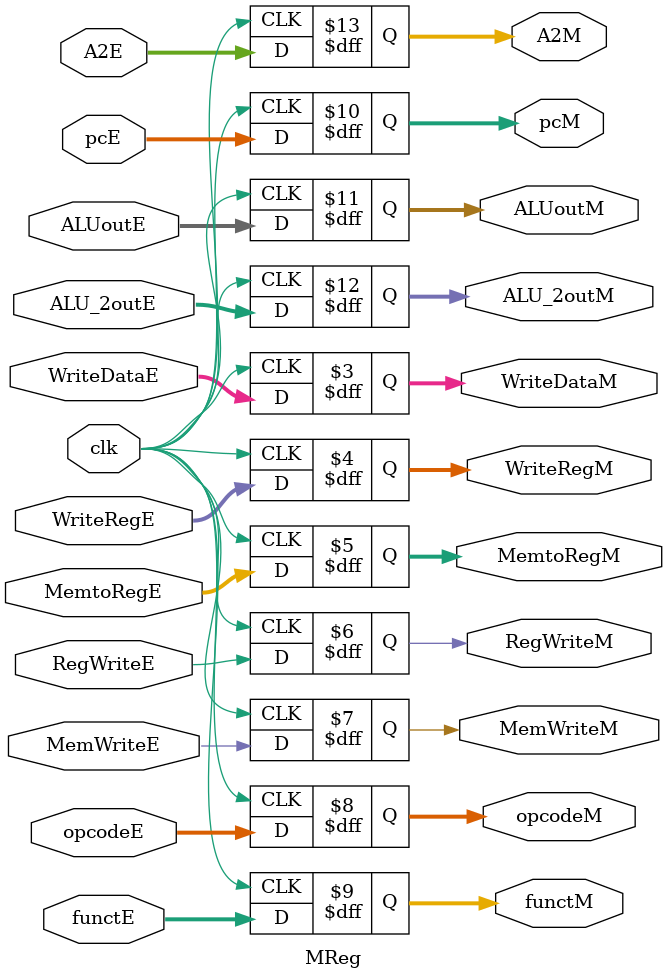
<source format=v>
`timescale 1ns / 1ps
module MReg(clk,WriteDataE,WriteRegE,MemtoRegE,RegWriteE,MemWriteE,opcodeE,functE,pcE,ALUoutE,A2E,ALU_2outE,
				WriteDataM,WriteRegM,MemtoRegM,RegWriteM,MemWriteM,opcodeM,functM,pcM,ALUoutM,A2M,ALU_2outM);
		input clk;
		input [4:0]A2E;
		input [31:0] WriteDataE;
		input [4:0] WriteRegE;
		input [2:0] MemtoRegE;
		input RegWriteE,MemWriteE;
		input [5:0] opcodeE,functE;
		input [31:0] pcE;
		input [31:0] ALUoutE,ALU_2outE;
		
		output reg [31:0] WriteDataM;
		output reg [4:0] WriteRegM;
		output reg [2:0] MemtoRegM;
		output reg RegWriteM,MemWriteM;
		output reg [5:0] opcodeM,functM;
		output reg [31:0] pcM,ALUoutM,ALU_2outM;
		output reg [4:0] A2M;
		initial begin
			WriteDataM=0;
			WriteRegM=0;
			MemtoRegM=0;
			RegWriteM=0;
			MemWriteM=0;
			opcodeM=0;
			functM=0;
			pcM=0;
			ALUoutM=0;
			A2M=0;
		end
		
		always@(posedge clk) begin
			WriteDataM<=WriteDataE;
			WriteRegM<=WriteRegE;
			MemtoRegM<=MemtoRegE;
			RegWriteM<=RegWriteE;
			MemWriteM<=MemWriteE;
			opcodeM<=opcodeE;
			functM<=functE;
			pcM<=pcE;
			ALUoutM<=ALUoutE;
			A2M<=A2E;
			ALU_2outM<=ALU_2outE;
		end

endmodule

</source>
